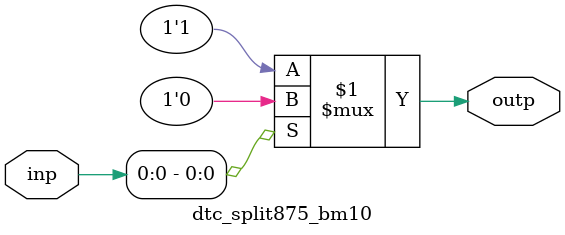
<source format=v>
module dtc_split875_bm10 (
	input  wire [5-1:0] inp,
	output wire [1-1:0] outp
);


	assign outp = (inp[0]) ? 1'b0 : 1'b1;

endmodule
</source>
